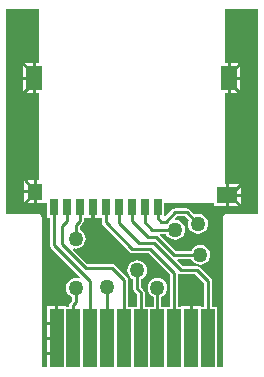
<source format=gbr>
%FSDAX44Y44*%
%MOMM*%
%SFA1B1*%

%IPPOS*%
%ADD10R,0.699999X1.400097*%
%ADD11R,1.279897X1.400097*%
%ADD12R,1.400097X1.999996*%
%ADD13R,1.174998X4.999990*%
%ADD14R,1.777996X1.400097*%
%ADD15C,0.253999*%
%ADD16C,1.269997*%
%LNadapter_copper_signal_top-1*%
%LPD*%
G36*
X00331670Y00383397D02*
X00336440D01*
Y00383905*
X00338034*
Y00380063*
X00338290Y00378775*
X00339020Y00377682*
X00361736Y00354966*
X00362829Y00354236*
X00364117Y00353980*
X00377857*
X00396258Y00335579*
Y00308732*
X00388740*
Y00317131*
X00389600Y00317487*
X00391351Y00318831*
X00392695Y00320582*
X00393539Y00322621*
X00393827Y00324809*
X00393539Y00326997*
X00392695Y00329036*
X00391351Y00330787*
X00389600Y00332131*
X00387561Y00332975*
X00385373Y00333264*
X00383185Y00332975*
X00381146Y00332131*
X00379395Y00330787*
X00378051Y00329036*
X00377207Y00326997*
X00376919Y00324809*
X00377207Y00322621*
X00378051Y00320582*
X00379395Y00318831*
X00381146Y00317487*
X00382006Y00317131*
Y00308732*
X00374490*
Y00320770*
X00374234Y00322059*
X00373504Y00323151*
X00371666Y00324990*
Y00331665*
X00372526Y00332021*
X00374277Y00333365*
X00375621Y00335116*
X00376465Y00337155*
X00376753Y00339344*
X00376465Y00341531*
X00375621Y00343570*
X00374277Y00345321*
X00372526Y00346665*
X00370487Y00347509*
X00368300Y00347797*
X00366111Y00347509*
X00364072Y00346665*
X00362321Y00345321*
X00360977Y00343570*
X00360133Y00341531*
X00359845Y00339344*
X00360133Y00337155*
X00360977Y00335116*
X00362321Y00333365*
X00364072Y00332021*
X00364932Y00331665*
Y00323596*
X00365189Y00322307*
X00365918Y00321214*
X00367757Y00319376*
Y00308732*
X00360241*
Y00331464*
X00359985Y00332752*
X00359255Y00333844*
X00349344Y00343756*
X00348251Y00344485*
X00346964Y00344742*
X00326006*
X00313949Y00356799*
X00314542Y00358001*
X00315976Y00357813*
X00318163Y00358101*
X00320202Y00358945*
X00321953Y00360289*
X00323297Y00362040*
X00324141Y00364079*
X00324429Y00366268*
X00324141Y00368455*
X00323297Y00370494*
X00321953Y00372245*
X00320202Y00373589*
X00319342Y00373945*
Y00376557*
X00321780Y00378994*
X00322509Y00380087*
X00322766Y00381375*
Y00383905*
X00324360*
Y00383397*
X00329130*
Y00392938*
X00331670*
Y00383397*
G37*
G36*
X00470634Y00387365D02*
X00444001D01*
X00442713Y00387109*
X00441621Y00386379*
X00440891Y00385287*
X00440634Y00383999*
Y00257527*
X00436031*
Y00308732*
X00431490*
Y00330129*
X00431234Y00331417*
X00430504Y00332510*
X00420782Y00342232*
X00419690Y00342961*
X00418402Y00343218*
X00406777*
X00401984Y00348011*
X00402470Y00349184*
X00413961*
X00414317Y00348324*
X00415661Y00346573*
X00417412Y00345229*
X00419451Y00344385*
X00421640Y00344097*
X00423827Y00344385*
X00425866Y00345229*
X00427617Y00346573*
X00428961Y00348324*
X00429805Y00350363*
X00430093Y00352552*
X00429805Y00354739*
X00428961Y00356778*
X00427617Y00358529*
X00425866Y00359873*
X00423827Y00360717*
X00421640Y00361005*
X00419451Y00360717*
X00417412Y00359873*
X00415661Y00358529*
X00414317Y00356778*
X00413961Y00355918*
X00400543*
X00387211Y00369250*
X00387737Y00370520*
X00392625*
X00392981Y00369660*
X00394325Y00367909*
X00396076Y00366565*
X00398115Y00365721*
X00400304Y00365433*
X00402491Y00365721*
X00404530Y00366565*
X00406281Y00367909*
X00407625Y00369660*
X00408469Y00371699*
X00408757Y00373888*
X00408469Y00376075*
X00407625Y00378114*
X00406281Y00379865*
X00404530Y00381209*
X00402491Y00382053*
X00400550Y00382309*
X00399891Y00383446*
X00401697Y00385252*
X00408561*
X00411797Y00382016*
X00411441Y00381155*
X00411153Y00378968*
X00411441Y00376779*
X00412285Y00374740*
X00413629Y00372989*
X00415380Y00371645*
X00417419Y00370801*
X00419608Y00370513*
X00421795Y00370801*
X00423834Y00371645*
X00425585Y00372989*
X00426929Y00374740*
X00427773Y00376779*
X00428061Y00378968*
X00427773Y00381155*
X00426929Y00383194*
X00425585Y00384945*
X00423834Y00386289*
X00421795Y00387133*
X00419608Y00387421*
X00417419Y00387133*
X00416558Y00386777*
X00412336Y00391000*
X00411243Y00391729*
X00409956Y00391986*
X00400304*
X00399015Y00391729*
X00397922Y00391000*
X00392200Y00385278*
X00390930Y00385804*
Y00396634*
X00433070*
Y00393557*
X00443230*
Y00403098*
Y00412637*
X00442367*
Y00489559*
X00444754*
Y00502099*
Y00514639*
X00442367*
Y00560634*
X00470634*
Y00387365*
G37*
G36*
X00284633Y00514639D02*
X00282194D01*
Y00502099*
Y00489559*
X00284633*
Y00415639*
X00282956*
Y00406099*
Y00396559*
X00290624*
X00291868Y00396495*
Y00383905*
X00294033*
Y00360966*
X00294290Y00359678*
X00295019Y00358585*
X00320006Y00333599*
X00319286Y00332522*
X00318671Y00332777*
X00316484Y00333065*
X00314295Y00332777*
X00312256Y00331933*
X00310505Y00330589*
X00309161Y00328838*
X00308317Y00326799*
X00308029Y00324612*
X00308317Y00322423*
X00309161Y00320384*
X00310505Y00318633*
X00312256Y00317289*
X00313116Y00316933*
Y00313814*
X00311743Y00312440*
X00311013Y00311348*
X00310757Y00310059*
Y00308732*
X00308289*
Y00309240*
X00301144*
Y00281700*
X00299874*
Y00280430*
X00291459*
Y00257527*
X00287366*
Y00383999*
X00287109Y00385287*
X00286380Y00386379*
X00285287Y00387109*
X00283999Y00387365*
X00257366*
Y00560634*
X00284633*
Y00514639*
G37*
G36*
X00405384Y00336484D02*
X00417007D01*
X00424757Y00328735*
Y00308732*
X00422289*
Y00309240*
X00415144*
Y00281700*
X00412604*
Y00309240*
X00405459*
Y00308732*
X00402992*
Y00335950*
X00403853Y00336567*
X00404262Y00336707*
X00405384Y00336484*
G37*
%LNadapter_copper_signal_top-2*%
%LPC*%
G36*
X00455930Y00401828D02*
X00445770D01*
Y00393557*
X00455930*
Y00401828*
G37*
G36*
X00455563Y00500829D02*
X00447294D01*
Y00489559*
X00455563*
Y00500829*
G37*
G36*
Y00514639D02*
X00447294D01*
Y00503369*
X00455563*
Y00514639*
G37*
G36*
X00455930Y00412637D02*
X00445770D01*
Y00404368*
X00455930*
Y00412637*
G37*
G36*
X00298604Y00309240D02*
X00291459D01*
Y00282970*
X00298604*
Y00309240*
G37*
G36*
X00280416Y00404829D02*
X00272746D01*
Y00396559*
X00280416*
Y00404829*
G37*
G36*
X00279654Y00514639D02*
X00271383D01*
Y00503369*
X00279654*
Y00514639*
G37*
G36*
X00280416Y00415639D02*
X00272746D01*
Y00407369*
X00280416*
Y00415639*
G37*
G36*
X00279654Y00500829D02*
X00271383D01*
Y00489559*
X00279654*
Y00500829*
G37*
%LNadapter_copper_signal_top-3*%
%LPD*%
G54D10*
X00297400Y00392938D03*
X00308398D03*
X00319399D03*
X00330400D03*
X00341400D03*
X00352399D03*
X00363399D03*
X00374400D03*
X00385398D03*
G54D11*
X00281686Y00406099D03*
G54D12*
X00280924Y00502099D03*
X00446024D03*
G54D13*
X00428124Y00281700D03*
X00413874D03*
X00399625D03*
X00385373D03*
X00371123D03*
X00356874D03*
X00342625D03*
X00328373D03*
X00314123D03*
X00299874D03*
G54D14*
X00444500Y00403098D03*
G54D15*
X00442398Y00498924D02*
Y00504811D01*
X00330400Y00394601D02*
X00332740Y00392261D01*
X00284400Y00499099D02*
Y00505030D01*
X00289968Y00269592D02*
X00299874D01*
Y00281700*
X00299212Y00294894D02*
X00299720Y00295402D01*
X00289814Y00294894D02*
X00299212D01*
X00299720Y00295402D02*
Y00325120D01*
X00272952Y00415639D02*
X00281686Y00406908D01*
Y00406099D02*
Y00406908D01*
X00272746Y00396559D02*
X00272861D01*
X00276860Y00400558*
Y00401273*
X00281686Y00406099*
X00450199Y00399288D02*
X00455930Y00393557D01*
X00448310Y00399288D02*
X00450199D01*
X00444500Y00403098D02*
X00448310Y00399288D01*
X00444500Y00403098D02*
X00446389D01*
X00455930Y00412637*
X00446024Y00499099D02*
X00455563Y00489559D01*
X00446024Y00499099D02*
Y00502099D01*
Y00505098D02*
X00455563Y00514639D01*
X00446024Y00502099D02*
Y00505098D01*
X00269748Y00487680D02*
X00280924Y00498856D01*
Y00502099*
X00271383Y00514639D02*
X00277622Y00508400D01*
Y00505401D02*
Y00508400D01*
Y00505401D02*
X00280924Y00502099D01*
X00385398Y00383712D02*
X00388366Y00380746D01*
X00385398Y00383712D02*
Y00392938D01*
X00388366Y00380746D02*
X00392430D01*
X00400304Y00388620D02*
X00409956D01*
X00392430Y00380746D02*
X00400304Y00388620D01*
X00381000Y00373888D02*
X00400304D01*
X00374400Y00380486D02*
X00381000Y00373888D01*
X00374400Y00380486D02*
Y00392938D01*
X00319399Y00381375D02*
Y00392938D01*
X00315976Y00377952D02*
X00319399Y00381375D01*
X00315976Y00366268D02*
Y00377952D01*
X00308398Y00380788D02*
Y00392938D01*
X00304292Y00376682D02*
X00308398Y00380788D01*
X00304292Y00361696D02*
Y00376682D01*
X00297400Y00360966D02*
Y00392938D01*
X00385398D02*
Y00394601D01*
X00308398Y00392938D02*
Y00394601D01*
X00352399Y00392938D02*
Y00394601D01*
Y00379857D02*
Y00392938D01*
X00319399D02*
Y00394601D01*
X00330400Y00383338D02*
Y00392938D01*
X00363399D02*
Y00394601D01*
Y00381327D02*
Y00392938D01*
X00341400D02*
Y00394601D01*
Y00380063D02*
Y00392938D01*
X00374400D02*
Y00394601D01*
X00297400Y00392938D02*
Y00394601D01*
X00330400Y00392938D02*
Y00394601D01*
Y00383338D02*
X00334264Y00379476D01*
X00363399Y00381327D02*
X00377444Y00367284D01*
X00413512Y00282063D02*
Y00325628D01*
X00342625Y00281700D02*
Y00324885D01*
X00385373Y00281700D02*
Y00324809D01*
X00328373Y00281700D02*
Y00329993D01*
X00356874Y00281700D02*
Y00331464D01*
X00297400Y00360966D02*
X00328373Y00329993D01*
X00341400Y00380063D02*
X00364117Y00357346D01*
X00304292Y00361696D02*
X00324612Y00341376D01*
X00346964*
X00356874Y00331464*
X00334264Y00357632D02*
Y00379476D01*
X00371123Y00281700D02*
Y00320770D01*
X00368300Y00323596D02*
X00371123Y00320770D01*
X00368300Y00323596D02*
Y00339344D01*
X00314123Y00281700D02*
Y00310059D01*
X00316484Y00312420*
Y00324612*
X00413512Y00282063D02*
X00413874Y00281700D01*
X00364117Y00357346D02*
X00379252D01*
X00399625Y00336973*
Y00281700D02*
Y00336973D01*
X00352399Y00379857D02*
X00369544Y00362712D01*
X00382524*
X00405384Y00339852*
X00377444Y00367284D02*
X00384417D01*
X00399149Y00352552D02*
X00421640D01*
X00384417Y00367284D02*
X00399149Y00352552D01*
X00409956Y00388620D02*
X00419608Y00378968D01*
X00405384Y00339852D02*
X00418402D01*
X00428124Y00330129*
Y00281700D02*
Y00330129D01*
G54D16*
X00299720Y00325120D03*
X00413512Y00325628D03*
X00269240Y00543560D03*
X00457200D03*
Y00457200D03*
X00269240D03*
X00342625Y00324885D03*
X00385373Y00324809D03*
X00316484Y00324612D03*
X00315976Y00366268D03*
X00334264Y00357632D03*
X00368300Y00339344D03*
X00400304Y00373888D03*
X00419608Y00378968D03*
X00421640Y00352552D03*
M02*
</source>
